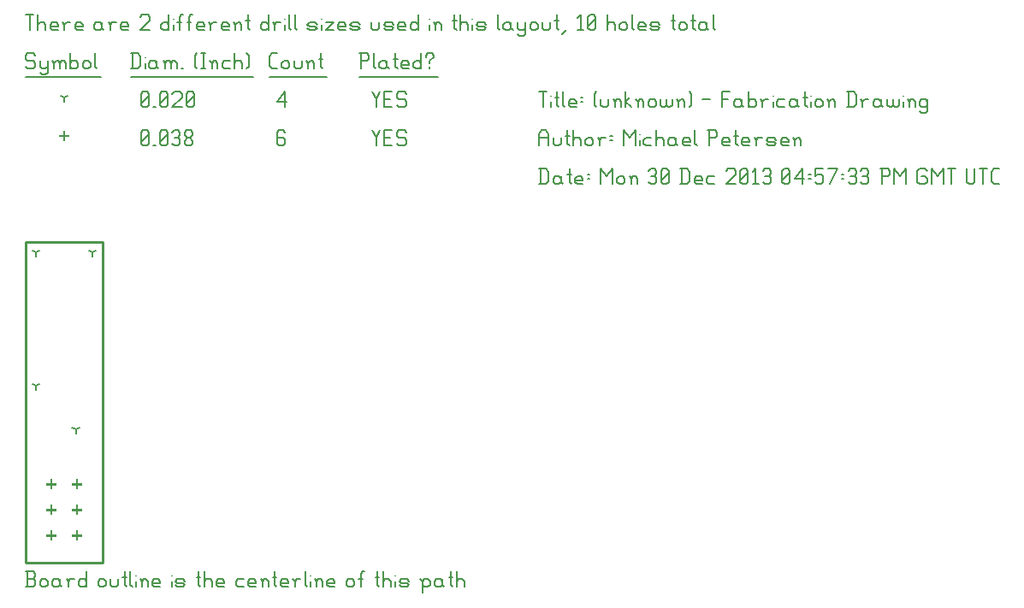
<source format=gbr>
G04 start of page 12 for group -3984 idx -3984 *
G04 Title: (unknown), fab *
G04 Creator: pcb 20110918 *
G04 CreationDate: Mon 30 Dec 2013 04:57:33 PM GMT UTC *
G04 For: railfan *
G04 Format: Gerber/RS-274X *
G04 PCB-Dimensions: 30000 125000 *
G04 PCB-Coordinate-Origin: lower left *
%MOIN*%
%FSLAX25Y25*%
%LNFAB*%
%ADD43C,0.0100*%
%ADD42C,0.0075*%
%ADD41C,0.0060*%
%ADD40R,0.0080X0.0080*%
G54D40*X10000Y32100D02*Y28900D01*
X8400Y30500D02*X11600D01*
X10000Y22100D02*Y18900D01*
X8400Y20500D02*X11600D01*
X10000Y12100D02*Y8900D01*
X8400Y10500D02*X11600D01*
X20000Y32100D02*Y28900D01*
X18400Y30500D02*X21600D01*
X20000Y22100D02*Y18900D01*
X18400Y20500D02*X21600D01*
X20000Y12100D02*Y8900D01*
X18400Y10500D02*X21600D01*
X15000Y167850D02*Y164650D01*
X13400Y166250D02*X16600D01*
G54D41*X135000Y168500D02*X136500Y165500D01*
X138000Y168500D01*
X136500Y165500D02*Y162500D01*
X139800Y165800D02*X142050D01*
X139800Y162500D02*X142800D01*
X139800Y168500D02*Y162500D01*
Y168500D02*X142800D01*
X147600D02*X148350Y167750D01*
X145350Y168500D02*X147600D01*
X144600Y167750D02*X145350Y168500D01*
X144600Y167750D02*Y166250D01*
X145350Y165500D01*
X147600D01*
X148350Y164750D01*
Y163250D01*
X147600Y162500D02*X148350Y163250D01*
X145350Y162500D02*X147600D01*
X144600Y163250D02*X145350Y162500D01*
X100250Y168500D02*X101000Y167750D01*
X98750Y168500D02*X100250D01*
X98000Y167750D02*X98750Y168500D01*
X98000Y167750D02*Y163250D01*
X98750Y162500D01*
X100250Y165800D02*X101000Y165050D01*
X98000Y165800D02*X100250D01*
X98750Y162500D02*X100250D01*
X101000Y163250D01*
Y165050D02*Y163250D01*
X45000D02*X45750Y162500D01*
X45000Y167750D02*Y163250D01*
Y167750D02*X45750Y168500D01*
X47250D01*
X48000Y167750D01*
Y163250D01*
X47250Y162500D02*X48000Y163250D01*
X45750Y162500D02*X47250D01*
X45000Y164000D02*X48000Y167000D01*
X49800Y162500D02*X50550D01*
X52350Y163250D02*X53100Y162500D01*
X52350Y167750D02*Y163250D01*
Y167750D02*X53100Y168500D01*
X54600D01*
X55350Y167750D01*
Y163250D01*
X54600Y162500D02*X55350Y163250D01*
X53100Y162500D02*X54600D01*
X52350Y164000D02*X55350Y167000D01*
X57150Y167750D02*X57900Y168500D01*
X59400D01*
X60150Y167750D01*
X59400Y162500D02*X60150Y163250D01*
X57900Y162500D02*X59400D01*
X57150Y163250D02*X57900Y162500D01*
Y165800D02*X59400D01*
X60150Y167750D02*Y166550D01*
Y165050D02*Y163250D01*
Y165050D02*X59400Y165800D01*
X60150Y166550D02*X59400Y165800D01*
X61950Y163250D02*X62700Y162500D01*
X61950Y164450D02*Y163250D01*
Y164450D02*X63000Y165500D01*
X63900D01*
X64950Y164450D01*
Y163250D01*
X64200Y162500D02*X64950Y163250D01*
X62700Y162500D02*X64200D01*
X61950Y166550D02*X63000Y165500D01*
X61950Y167750D02*Y166550D01*
Y167750D02*X62700Y168500D01*
X64200D01*
X64950Y167750D01*
Y166550D01*
X63900Y165500D02*X64950Y166550D01*
X19500Y52000D02*Y50400D01*
Y52000D02*X20887Y52800D01*
X19500Y52000D02*X18113Y52800D01*
X26000Y121000D02*Y119400D01*
Y121000D02*X27387Y121800D01*
X26000Y121000D02*X24613Y121800D01*
X4000Y121000D02*Y119400D01*
Y121000D02*X5387Y121800D01*
X4000Y121000D02*X2613Y121800D01*
X4000Y69000D02*Y67400D01*
Y69000D02*X5387Y69800D01*
X4000Y69000D02*X2613Y69800D01*
X15000Y181250D02*Y179650D01*
Y181250D02*X16387Y182050D01*
X15000Y181250D02*X13613Y182050D01*
X135000Y183500D02*X136500Y180500D01*
X138000Y183500D01*
X136500Y180500D02*Y177500D01*
X139800Y180800D02*X142050D01*
X139800Y177500D02*X142800D01*
X139800Y183500D02*Y177500D01*
Y183500D02*X142800D01*
X147600D02*X148350Y182750D01*
X145350Y183500D02*X147600D01*
X144600Y182750D02*X145350Y183500D01*
X144600Y182750D02*Y181250D01*
X145350Y180500D01*
X147600D01*
X148350Y179750D01*
Y178250D01*
X147600Y177500D02*X148350Y178250D01*
X145350Y177500D02*X147600D01*
X144600Y178250D02*X145350Y177500D01*
X98000Y179750D02*X101000Y183500D01*
X98000Y179750D02*X101750D01*
X101000Y183500D02*Y177500D01*
X45000Y178250D02*X45750Y177500D01*
X45000Y182750D02*Y178250D01*
Y182750D02*X45750Y183500D01*
X47250D01*
X48000Y182750D01*
Y178250D01*
X47250Y177500D02*X48000Y178250D01*
X45750Y177500D02*X47250D01*
X45000Y179000D02*X48000Y182000D01*
X49800Y177500D02*X50550D01*
X52350Y178250D02*X53100Y177500D01*
X52350Y182750D02*Y178250D01*
Y182750D02*X53100Y183500D01*
X54600D01*
X55350Y182750D01*
Y178250D01*
X54600Y177500D02*X55350Y178250D01*
X53100Y177500D02*X54600D01*
X52350Y179000D02*X55350Y182000D01*
X57150Y182750D02*X57900Y183500D01*
X60150D01*
X60900Y182750D01*
Y181250D01*
X57150Y177500D02*X60900Y181250D01*
X57150Y177500D02*X60900D01*
X62700Y178250D02*X63450Y177500D01*
X62700Y182750D02*Y178250D01*
Y182750D02*X63450Y183500D01*
X64950D01*
X65700Y182750D01*
Y178250D01*
X64950Y177500D02*X65700Y178250D01*
X63450Y177500D02*X64950D01*
X62700Y179000D02*X65700Y182000D01*
X3000Y198500D02*X3750Y197750D01*
X750Y198500D02*X3000D01*
X0Y197750D02*X750Y198500D01*
X0Y197750D02*Y196250D01*
X750Y195500D01*
X3000D01*
X3750Y194750D01*
Y193250D01*
X3000Y192500D02*X3750Y193250D01*
X750Y192500D02*X3000D01*
X0Y193250D02*X750Y192500D01*
X5550Y195500D02*Y193250D01*
X6300Y192500D01*
X8550Y195500D02*Y191000D01*
X7800Y190250D02*X8550Y191000D01*
X6300Y190250D02*X7800D01*
X5550Y191000D02*X6300Y190250D01*
Y192500D02*X7800D01*
X8550Y193250D01*
X11100Y194750D02*Y192500D01*
Y194750D02*X11850Y195500D01*
X12600D01*
X13350Y194750D01*
Y192500D01*
Y194750D02*X14100Y195500D01*
X14850D01*
X15600Y194750D01*
Y192500D01*
X10350Y195500D02*X11100Y194750D01*
X17400Y198500D02*Y192500D01*
Y193250D02*X18150Y192500D01*
X19650D01*
X20400Y193250D01*
Y194750D02*Y193250D01*
X19650Y195500D02*X20400Y194750D01*
X18150Y195500D02*X19650D01*
X17400Y194750D02*X18150Y195500D01*
X22200Y194750D02*Y193250D01*
Y194750D02*X22950Y195500D01*
X24450D01*
X25200Y194750D01*
Y193250D01*
X24450Y192500D02*X25200Y193250D01*
X22950Y192500D02*X24450D01*
X22200Y193250D02*X22950Y192500D01*
X27000Y198500D02*Y193250D01*
X27750Y192500D01*
X0Y189250D02*X29250D01*
X41750Y198500D02*Y192500D01*
X43700Y198500D02*X44750Y197450D01*
Y193550D01*
X43700Y192500D02*X44750Y193550D01*
X41000Y192500D02*X43700D01*
X41000Y198500D02*X43700D01*
G54D42*X46550Y197000D02*Y196850D01*
G54D41*Y194750D02*Y192500D01*
X50300Y195500D02*X51050Y194750D01*
X48800Y195500D02*X50300D01*
X48050Y194750D02*X48800Y195500D01*
X48050Y194750D02*Y193250D01*
X48800Y192500D01*
X51050Y195500D02*Y193250D01*
X51800Y192500D01*
X48800D02*X50300D01*
X51050Y193250D01*
X54350Y194750D02*Y192500D01*
Y194750D02*X55100Y195500D01*
X55850D01*
X56600Y194750D01*
Y192500D01*
Y194750D02*X57350Y195500D01*
X58100D01*
X58850Y194750D01*
Y192500D01*
X53600Y195500D02*X54350Y194750D01*
X60650Y192500D02*X61400D01*
X65900Y193250D02*X66650Y192500D01*
X65900Y197750D02*X66650Y198500D01*
X65900Y197750D02*Y193250D01*
X68450Y198500D02*X69950D01*
X69200D02*Y192500D01*
X68450D02*X69950D01*
X72500Y194750D02*Y192500D01*
Y194750D02*X73250Y195500D01*
X74000D01*
X74750Y194750D01*
Y192500D01*
X71750Y195500D02*X72500Y194750D01*
X77300Y195500D02*X79550D01*
X76550Y194750D02*X77300Y195500D01*
X76550Y194750D02*Y193250D01*
X77300Y192500D01*
X79550D01*
X81350Y198500D02*Y192500D01*
Y194750D02*X82100Y195500D01*
X83600D01*
X84350Y194750D01*
Y192500D01*
X86150Y198500D02*X86900Y197750D01*
Y193250D01*
X86150Y192500D02*X86900Y193250D01*
X41000Y189250D02*X88700D01*
X96050Y192500D02*X98000D01*
X95000Y193550D02*X96050Y192500D01*
X95000Y197450D02*Y193550D01*
Y197450D02*X96050Y198500D01*
X98000D01*
X99800Y194750D02*Y193250D01*
Y194750D02*X100550Y195500D01*
X102050D01*
X102800Y194750D01*
Y193250D01*
X102050Y192500D02*X102800Y193250D01*
X100550Y192500D02*X102050D01*
X99800Y193250D02*X100550Y192500D01*
X104600Y195500D02*Y193250D01*
X105350Y192500D01*
X106850D01*
X107600Y193250D01*
Y195500D02*Y193250D01*
X110150Y194750D02*Y192500D01*
Y194750D02*X110900Y195500D01*
X111650D01*
X112400Y194750D01*
Y192500D01*
X109400Y195500D02*X110150Y194750D01*
X114950Y198500D02*Y193250D01*
X115700Y192500D01*
X114200Y196250D02*X115700D01*
X95000Y189250D02*X117200D01*
X130750Y198500D02*Y192500D01*
X130000Y198500D02*X133000D01*
X133750Y197750D01*
Y196250D01*
X133000Y195500D02*X133750Y196250D01*
X130750Y195500D02*X133000D01*
X135550Y198500D02*Y193250D01*
X136300Y192500D01*
X140050Y195500D02*X140800Y194750D01*
X138550Y195500D02*X140050D01*
X137800Y194750D02*X138550Y195500D01*
X137800Y194750D02*Y193250D01*
X138550Y192500D01*
X140800Y195500D02*Y193250D01*
X141550Y192500D01*
X138550D02*X140050D01*
X140800Y193250D01*
X144100Y198500D02*Y193250D01*
X144850Y192500D01*
X143350Y196250D02*X144850D01*
X147100Y192500D02*X149350D01*
X146350Y193250D02*X147100Y192500D01*
X146350Y194750D02*Y193250D01*
Y194750D02*X147100Y195500D01*
X148600D01*
X149350Y194750D01*
X146350Y194000D02*X149350D01*
Y194750D02*Y194000D01*
X154150Y198500D02*Y192500D01*
X153400D02*X154150Y193250D01*
X151900Y192500D02*X153400D01*
X151150Y193250D02*X151900Y192500D01*
X151150Y194750D02*Y193250D01*
Y194750D02*X151900Y195500D01*
X153400D01*
X154150Y194750D01*
X157450Y195500D02*Y194750D01*
Y193250D02*Y192500D01*
X155950Y197750D02*Y197000D01*
Y197750D02*X156700Y198500D01*
X158200D01*
X158950Y197750D01*
Y197000D01*
X157450Y195500D02*X158950Y197000D01*
X130000Y189250D02*X160750D01*
X0Y213500D02*X3000D01*
X1500D02*Y207500D01*
X4800Y213500D02*Y207500D01*
Y209750D02*X5550Y210500D01*
X7050D01*
X7800Y209750D01*
Y207500D01*
X10350D02*X12600D01*
X9600Y208250D02*X10350Y207500D01*
X9600Y209750D02*Y208250D01*
Y209750D02*X10350Y210500D01*
X11850D01*
X12600Y209750D01*
X9600Y209000D02*X12600D01*
Y209750D02*Y209000D01*
X15150Y209750D02*Y207500D01*
Y209750D02*X15900Y210500D01*
X17400D01*
X14400D02*X15150Y209750D01*
X19950Y207500D02*X22200D01*
X19200Y208250D02*X19950Y207500D01*
X19200Y209750D02*Y208250D01*
Y209750D02*X19950Y210500D01*
X21450D01*
X22200Y209750D01*
X19200Y209000D02*X22200D01*
Y209750D02*Y209000D01*
X28950Y210500D02*X29700Y209750D01*
X27450Y210500D02*X28950D01*
X26700Y209750D02*X27450Y210500D01*
X26700Y209750D02*Y208250D01*
X27450Y207500D01*
X29700Y210500D02*Y208250D01*
X30450Y207500D01*
X27450D02*X28950D01*
X29700Y208250D01*
X33000Y209750D02*Y207500D01*
Y209750D02*X33750Y210500D01*
X35250D01*
X32250D02*X33000Y209750D01*
X37800Y207500D02*X40050D01*
X37050Y208250D02*X37800Y207500D01*
X37050Y209750D02*Y208250D01*
Y209750D02*X37800Y210500D01*
X39300D01*
X40050Y209750D01*
X37050Y209000D02*X40050D01*
Y209750D02*Y209000D01*
X44550Y212750D02*X45300Y213500D01*
X47550D01*
X48300Y212750D01*
Y211250D01*
X44550Y207500D02*X48300Y211250D01*
X44550Y207500D02*X48300D01*
X55800Y213500D02*Y207500D01*
X55050D02*X55800Y208250D01*
X53550Y207500D02*X55050D01*
X52800Y208250D02*X53550Y207500D01*
X52800Y209750D02*Y208250D01*
Y209750D02*X53550Y210500D01*
X55050D01*
X55800Y209750D01*
G54D42*X57600Y212000D02*Y211850D01*
G54D41*Y209750D02*Y207500D01*
X59850Y212750D02*Y207500D01*
Y212750D02*X60600Y213500D01*
X61350D01*
X59100Y210500D02*X60600D01*
X63600Y212750D02*Y207500D01*
Y212750D02*X64350Y213500D01*
X65100D01*
X62850Y210500D02*X64350D01*
X67350Y207500D02*X69600D01*
X66600Y208250D02*X67350Y207500D01*
X66600Y209750D02*Y208250D01*
Y209750D02*X67350Y210500D01*
X68850D01*
X69600Y209750D01*
X66600Y209000D02*X69600D01*
Y209750D02*Y209000D01*
X72150Y209750D02*Y207500D01*
Y209750D02*X72900Y210500D01*
X74400D01*
X71400D02*X72150Y209750D01*
X76950Y207500D02*X79200D01*
X76200Y208250D02*X76950Y207500D01*
X76200Y209750D02*Y208250D01*
Y209750D02*X76950Y210500D01*
X78450D01*
X79200Y209750D01*
X76200Y209000D02*X79200D01*
Y209750D02*Y209000D01*
X81750Y209750D02*Y207500D01*
Y209750D02*X82500Y210500D01*
X83250D01*
X84000Y209750D01*
Y207500D01*
X81000Y210500D02*X81750Y209750D01*
X86550Y213500D02*Y208250D01*
X87300Y207500D01*
X85800Y211250D02*X87300D01*
X94500Y213500D02*Y207500D01*
X93750D02*X94500Y208250D01*
X92250Y207500D02*X93750D01*
X91500Y208250D02*X92250Y207500D01*
X91500Y209750D02*Y208250D01*
Y209750D02*X92250Y210500D01*
X93750D01*
X94500Y209750D01*
X97050D02*Y207500D01*
Y209750D02*X97800Y210500D01*
X99300D01*
X96300D02*X97050Y209750D01*
G54D42*X101100Y212000D02*Y211850D01*
G54D41*Y209750D02*Y207500D01*
X102600Y213500D02*Y208250D01*
X103350Y207500D01*
X104850Y213500D02*Y208250D01*
X105600Y207500D01*
X110550D02*X112800D01*
X113550Y208250D01*
X112800Y209000D02*X113550Y208250D01*
X110550Y209000D02*X112800D01*
X109800Y209750D02*X110550Y209000D01*
X109800Y209750D02*X110550Y210500D01*
X112800D01*
X113550Y209750D01*
X109800Y208250D02*X110550Y207500D01*
G54D42*X115350Y212000D02*Y211850D01*
G54D41*Y209750D02*Y207500D01*
X116850Y210500D02*X119850D01*
X116850Y207500D02*X119850Y210500D01*
X116850Y207500D02*X119850D01*
X122400D02*X124650D01*
X121650Y208250D02*X122400Y207500D01*
X121650Y209750D02*Y208250D01*
Y209750D02*X122400Y210500D01*
X123900D01*
X124650Y209750D01*
X121650Y209000D02*X124650D01*
Y209750D02*Y209000D01*
X127200Y207500D02*X129450D01*
X130200Y208250D01*
X129450Y209000D02*X130200Y208250D01*
X127200Y209000D02*X129450D01*
X126450Y209750D02*X127200Y209000D01*
X126450Y209750D02*X127200Y210500D01*
X129450D01*
X130200Y209750D01*
X126450Y208250D02*X127200Y207500D01*
X134700Y210500D02*Y208250D01*
X135450Y207500D01*
X136950D01*
X137700Y208250D01*
Y210500D02*Y208250D01*
X140250Y207500D02*X142500D01*
X143250Y208250D01*
X142500Y209000D02*X143250Y208250D01*
X140250Y209000D02*X142500D01*
X139500Y209750D02*X140250Y209000D01*
X139500Y209750D02*X140250Y210500D01*
X142500D01*
X143250Y209750D01*
X139500Y208250D02*X140250Y207500D01*
X145800D02*X148050D01*
X145050Y208250D02*X145800Y207500D01*
X145050Y209750D02*Y208250D01*
Y209750D02*X145800Y210500D01*
X147300D01*
X148050Y209750D01*
X145050Y209000D02*X148050D01*
Y209750D02*Y209000D01*
X152850Y213500D02*Y207500D01*
X152100D02*X152850Y208250D01*
X150600Y207500D02*X152100D01*
X149850Y208250D02*X150600Y207500D01*
X149850Y209750D02*Y208250D01*
Y209750D02*X150600Y210500D01*
X152100D01*
X152850Y209750D01*
G54D42*X157350Y212000D02*Y211850D01*
G54D41*Y209750D02*Y207500D01*
X159600Y209750D02*Y207500D01*
Y209750D02*X160350Y210500D01*
X161100D01*
X161850Y209750D01*
Y207500D01*
X158850Y210500D02*X159600Y209750D01*
X167100Y213500D02*Y208250D01*
X167850Y207500D01*
X166350Y211250D02*X167850D01*
X169350Y213500D02*Y207500D01*
Y209750D02*X170100Y210500D01*
X171600D01*
X172350Y209750D01*
Y207500D01*
G54D42*X174150Y212000D02*Y211850D01*
G54D41*Y209750D02*Y207500D01*
X176400D02*X178650D01*
X179400Y208250D01*
X178650Y209000D02*X179400Y208250D01*
X176400Y209000D02*X178650D01*
X175650Y209750D02*X176400Y209000D01*
X175650Y209750D02*X176400Y210500D01*
X178650D01*
X179400Y209750D01*
X175650Y208250D02*X176400Y207500D01*
X183900Y213500D02*Y208250D01*
X184650Y207500D01*
X188400Y210500D02*X189150Y209750D01*
X186900Y210500D02*X188400D01*
X186150Y209750D02*X186900Y210500D01*
X186150Y209750D02*Y208250D01*
X186900Y207500D01*
X189150Y210500D02*Y208250D01*
X189900Y207500D01*
X186900D02*X188400D01*
X189150Y208250D01*
X191700Y210500D02*Y208250D01*
X192450Y207500D01*
X194700Y210500D02*Y206000D01*
X193950Y205250D02*X194700Y206000D01*
X192450Y205250D02*X193950D01*
X191700Y206000D02*X192450Y205250D01*
Y207500D02*X193950D01*
X194700Y208250D01*
X196500Y209750D02*Y208250D01*
Y209750D02*X197250Y210500D01*
X198750D01*
X199500Y209750D01*
Y208250D01*
X198750Y207500D02*X199500Y208250D01*
X197250Y207500D02*X198750D01*
X196500Y208250D02*X197250Y207500D01*
X201300Y210500D02*Y208250D01*
X202050Y207500D01*
X203550D01*
X204300Y208250D01*
Y210500D02*Y208250D01*
X206850Y213500D02*Y208250D01*
X207600Y207500D01*
X206100Y211250D02*X207600D01*
X209100Y206000D02*X210600Y207500D01*
X215100Y212300D02*X216300Y213500D01*
Y207500D01*
X215100D02*X217350D01*
X219150Y208250D02*X219900Y207500D01*
X219150Y212750D02*Y208250D01*
Y212750D02*X219900Y213500D01*
X221400D01*
X222150Y212750D01*
Y208250D01*
X221400Y207500D02*X222150Y208250D01*
X219900Y207500D02*X221400D01*
X219150Y209000D02*X222150Y212000D01*
X226650Y213500D02*Y207500D01*
Y209750D02*X227400Y210500D01*
X228900D01*
X229650Y209750D01*
Y207500D01*
X231450Y209750D02*Y208250D01*
Y209750D02*X232200Y210500D01*
X233700D01*
X234450Y209750D01*
Y208250D01*
X233700Y207500D02*X234450Y208250D01*
X232200Y207500D02*X233700D01*
X231450Y208250D02*X232200Y207500D01*
X236250Y213500D02*Y208250D01*
X237000Y207500D01*
X239250D02*X241500D01*
X238500Y208250D02*X239250Y207500D01*
X238500Y209750D02*Y208250D01*
Y209750D02*X239250Y210500D01*
X240750D01*
X241500Y209750D01*
X238500Y209000D02*X241500D01*
Y209750D02*Y209000D01*
X244050Y207500D02*X246300D01*
X247050Y208250D01*
X246300Y209000D02*X247050Y208250D01*
X244050Y209000D02*X246300D01*
X243300Y209750D02*X244050Y209000D01*
X243300Y209750D02*X244050Y210500D01*
X246300D01*
X247050Y209750D01*
X243300Y208250D02*X244050Y207500D01*
X252300Y213500D02*Y208250D01*
X253050Y207500D01*
X251550Y211250D02*X253050D01*
X254550Y209750D02*Y208250D01*
Y209750D02*X255300Y210500D01*
X256800D01*
X257550Y209750D01*
Y208250D01*
X256800Y207500D02*X257550Y208250D01*
X255300Y207500D02*X256800D01*
X254550Y208250D02*X255300Y207500D01*
X260100Y213500D02*Y208250D01*
X260850Y207500D01*
X259350Y211250D02*X260850D01*
X264600Y210500D02*X265350Y209750D01*
X263100Y210500D02*X264600D01*
X262350Y209750D02*X263100Y210500D01*
X262350Y209750D02*Y208250D01*
X263100Y207500D01*
X265350Y210500D02*Y208250D01*
X266100Y207500D01*
X263100D02*X264600D01*
X265350Y208250D01*
X267900Y213500D02*Y208250D01*
X268650Y207500D01*
G54D43*X0Y125000D02*X30000D01*
Y0D01*
X0D01*
Y125000D01*
G54D41*Y-9500D02*X3000D01*
X3750Y-8750D01*
Y-6950D02*Y-8750D01*
X3000Y-6200D02*X3750Y-6950D01*
X750Y-6200D02*X3000D01*
X750Y-3500D02*Y-9500D01*
X0Y-3500D02*X3000D01*
X3750Y-4250D01*
Y-5450D01*
X3000Y-6200D02*X3750Y-5450D01*
X5550Y-7250D02*Y-8750D01*
Y-7250D02*X6300Y-6500D01*
X7800D01*
X8550Y-7250D01*
Y-8750D01*
X7800Y-9500D02*X8550Y-8750D01*
X6300Y-9500D02*X7800D01*
X5550Y-8750D02*X6300Y-9500D01*
X12600Y-6500D02*X13350Y-7250D01*
X11100Y-6500D02*X12600D01*
X10350Y-7250D02*X11100Y-6500D01*
X10350Y-7250D02*Y-8750D01*
X11100Y-9500D01*
X13350Y-6500D02*Y-8750D01*
X14100Y-9500D01*
X11100D02*X12600D01*
X13350Y-8750D01*
X16650Y-7250D02*Y-9500D01*
Y-7250D02*X17400Y-6500D01*
X18900D01*
X15900D02*X16650Y-7250D01*
X23700Y-3500D02*Y-9500D01*
X22950D02*X23700Y-8750D01*
X21450Y-9500D02*X22950D01*
X20700Y-8750D02*X21450Y-9500D01*
X20700Y-7250D02*Y-8750D01*
Y-7250D02*X21450Y-6500D01*
X22950D01*
X23700Y-7250D01*
X28200D02*Y-8750D01*
Y-7250D02*X28950Y-6500D01*
X30450D01*
X31200Y-7250D01*
Y-8750D01*
X30450Y-9500D02*X31200Y-8750D01*
X28950Y-9500D02*X30450D01*
X28200Y-8750D02*X28950Y-9500D01*
X33000Y-6500D02*Y-8750D01*
X33750Y-9500D01*
X35250D01*
X36000Y-8750D01*
Y-6500D02*Y-8750D01*
X38550Y-3500D02*Y-8750D01*
X39300Y-9500D01*
X37800Y-5750D02*X39300D01*
X40800Y-3500D02*Y-8750D01*
X41550Y-9500D01*
G54D42*X43050Y-5000D02*Y-5150D01*
G54D41*Y-7250D02*Y-9500D01*
X45300Y-7250D02*Y-9500D01*
Y-7250D02*X46050Y-6500D01*
X46800D01*
X47550Y-7250D01*
Y-9500D01*
X44550Y-6500D02*X45300Y-7250D01*
X50100Y-9500D02*X52350D01*
X49350Y-8750D02*X50100Y-9500D01*
X49350Y-7250D02*Y-8750D01*
Y-7250D02*X50100Y-6500D01*
X51600D01*
X52350Y-7250D01*
X49350Y-8000D02*X52350D01*
Y-7250D02*Y-8000D01*
G54D42*X56850Y-5000D02*Y-5150D01*
G54D41*Y-7250D02*Y-9500D01*
X59100D02*X61350D01*
X62100Y-8750D01*
X61350Y-8000D02*X62100Y-8750D01*
X59100Y-8000D02*X61350D01*
X58350Y-7250D02*X59100Y-8000D01*
X58350Y-7250D02*X59100Y-6500D01*
X61350D01*
X62100Y-7250D01*
X58350Y-8750D02*X59100Y-9500D01*
X67350Y-3500D02*Y-8750D01*
X68100Y-9500D01*
X66600Y-5750D02*X68100D01*
X69600Y-3500D02*Y-9500D01*
Y-7250D02*X70350Y-6500D01*
X71850D01*
X72600Y-7250D01*
Y-9500D01*
X75150D02*X77400D01*
X74400Y-8750D02*X75150Y-9500D01*
X74400Y-7250D02*Y-8750D01*
Y-7250D02*X75150Y-6500D01*
X76650D01*
X77400Y-7250D01*
X74400Y-8000D02*X77400D01*
Y-7250D02*Y-8000D01*
X82650Y-6500D02*X84900D01*
X81900Y-7250D02*X82650Y-6500D01*
X81900Y-7250D02*Y-8750D01*
X82650Y-9500D01*
X84900D01*
X87450D02*X89700D01*
X86700Y-8750D02*X87450Y-9500D01*
X86700Y-7250D02*Y-8750D01*
Y-7250D02*X87450Y-6500D01*
X88950D01*
X89700Y-7250D01*
X86700Y-8000D02*X89700D01*
Y-7250D02*Y-8000D01*
X92250Y-7250D02*Y-9500D01*
Y-7250D02*X93000Y-6500D01*
X93750D01*
X94500Y-7250D01*
Y-9500D01*
X91500Y-6500D02*X92250Y-7250D01*
X97050Y-3500D02*Y-8750D01*
X97800Y-9500D01*
X96300Y-5750D02*X97800D01*
X100050Y-9500D02*X102300D01*
X99300Y-8750D02*X100050Y-9500D01*
X99300Y-7250D02*Y-8750D01*
Y-7250D02*X100050Y-6500D01*
X101550D01*
X102300Y-7250D01*
X99300Y-8000D02*X102300D01*
Y-7250D02*Y-8000D01*
X104850Y-7250D02*Y-9500D01*
Y-7250D02*X105600Y-6500D01*
X107100D01*
X104100D02*X104850Y-7250D01*
X108900Y-3500D02*Y-8750D01*
X109650Y-9500D01*
G54D42*X111150Y-5000D02*Y-5150D01*
G54D41*Y-7250D02*Y-9500D01*
X113400Y-7250D02*Y-9500D01*
Y-7250D02*X114150Y-6500D01*
X114900D01*
X115650Y-7250D01*
Y-9500D01*
X112650Y-6500D02*X113400Y-7250D01*
X118200Y-9500D02*X120450D01*
X117450Y-8750D02*X118200Y-9500D01*
X117450Y-7250D02*Y-8750D01*
Y-7250D02*X118200Y-6500D01*
X119700D01*
X120450Y-7250D01*
X117450Y-8000D02*X120450D01*
Y-7250D02*Y-8000D01*
X124950Y-7250D02*Y-8750D01*
Y-7250D02*X125700Y-6500D01*
X127200D01*
X127950Y-7250D01*
Y-8750D01*
X127200Y-9500D02*X127950Y-8750D01*
X125700Y-9500D02*X127200D01*
X124950Y-8750D02*X125700Y-9500D01*
X130500Y-4250D02*Y-9500D01*
Y-4250D02*X131250Y-3500D01*
X132000D01*
X129750Y-6500D02*X131250D01*
X136950Y-3500D02*Y-8750D01*
X137700Y-9500D01*
X136200Y-5750D02*X137700D01*
X139200Y-3500D02*Y-9500D01*
Y-7250D02*X139950Y-6500D01*
X141450D01*
X142200Y-7250D01*
Y-9500D01*
G54D42*X144000Y-5000D02*Y-5150D01*
G54D41*Y-7250D02*Y-9500D01*
X146250D02*X148500D01*
X149250Y-8750D01*
X148500Y-8000D02*X149250Y-8750D01*
X146250Y-8000D02*X148500D01*
X145500Y-7250D02*X146250Y-8000D01*
X145500Y-7250D02*X146250Y-6500D01*
X148500D01*
X149250Y-7250D01*
X145500Y-8750D02*X146250Y-9500D01*
X154500Y-7250D02*Y-11750D01*
X153750Y-6500D02*X154500Y-7250D01*
X155250Y-6500D01*
X156750D01*
X157500Y-7250D01*
Y-8750D01*
X156750Y-9500D02*X157500Y-8750D01*
X155250Y-9500D02*X156750D01*
X154500Y-8750D02*X155250Y-9500D01*
X161550Y-6500D02*X162300Y-7250D01*
X160050Y-6500D02*X161550D01*
X159300Y-7250D02*X160050Y-6500D01*
X159300Y-7250D02*Y-8750D01*
X160050Y-9500D01*
X162300Y-6500D02*Y-8750D01*
X163050Y-9500D01*
X160050D02*X161550D01*
X162300Y-8750D01*
X165600Y-3500D02*Y-8750D01*
X166350Y-9500D01*
X164850Y-5750D02*X166350D01*
X167850Y-3500D02*Y-9500D01*
Y-7250D02*X168600Y-6500D01*
X170100D01*
X170850Y-7250D01*
Y-9500D01*
X200750Y153500D02*Y147500D01*
X202700Y153500D02*X203750Y152450D01*
Y148550D01*
X202700Y147500D02*X203750Y148550D01*
X200000Y147500D02*X202700D01*
X200000Y153500D02*X202700D01*
X207800Y150500D02*X208550Y149750D01*
X206300Y150500D02*X207800D01*
X205550Y149750D02*X206300Y150500D01*
X205550Y149750D02*Y148250D01*
X206300Y147500D01*
X208550Y150500D02*Y148250D01*
X209300Y147500D01*
X206300D02*X207800D01*
X208550Y148250D01*
X211850Y153500D02*Y148250D01*
X212600Y147500D01*
X211100Y151250D02*X212600D01*
X214850Y147500D02*X217100D01*
X214100Y148250D02*X214850Y147500D01*
X214100Y149750D02*Y148250D01*
Y149750D02*X214850Y150500D01*
X216350D01*
X217100Y149750D01*
X214100Y149000D02*X217100D01*
Y149750D02*Y149000D01*
X218900Y151250D02*X219650D01*
X218900Y149750D02*X219650D01*
X224150Y153500D02*Y147500D01*
Y153500D02*X226400Y150500D01*
X228650Y153500D01*
Y147500D01*
X230450Y149750D02*Y148250D01*
Y149750D02*X231200Y150500D01*
X232700D01*
X233450Y149750D01*
Y148250D01*
X232700Y147500D02*X233450Y148250D01*
X231200Y147500D02*X232700D01*
X230450Y148250D02*X231200Y147500D01*
X236000Y149750D02*Y147500D01*
Y149750D02*X236750Y150500D01*
X237500D01*
X238250Y149750D01*
Y147500D01*
X235250Y150500D02*X236000Y149750D01*
X242750Y152750D02*X243500Y153500D01*
X245000D01*
X245750Y152750D01*
X245000Y147500D02*X245750Y148250D01*
X243500Y147500D02*X245000D01*
X242750Y148250D02*X243500Y147500D01*
Y150800D02*X245000D01*
X245750Y152750D02*Y151550D01*
Y150050D02*Y148250D01*
Y150050D02*X245000Y150800D01*
X245750Y151550D02*X245000Y150800D01*
X247550Y148250D02*X248300Y147500D01*
X247550Y152750D02*Y148250D01*
Y152750D02*X248300Y153500D01*
X249800D01*
X250550Y152750D01*
Y148250D01*
X249800Y147500D02*X250550Y148250D01*
X248300Y147500D02*X249800D01*
X247550Y149000D02*X250550Y152000D01*
X255800Y153500D02*Y147500D01*
X257750Y153500D02*X258800Y152450D01*
Y148550D01*
X257750Y147500D02*X258800Y148550D01*
X255050Y147500D02*X257750D01*
X255050Y153500D02*X257750D01*
X261350Y147500D02*X263600D01*
X260600Y148250D02*X261350Y147500D01*
X260600Y149750D02*Y148250D01*
Y149750D02*X261350Y150500D01*
X262850D01*
X263600Y149750D01*
X260600Y149000D02*X263600D01*
Y149750D02*Y149000D01*
X266150Y150500D02*X268400D01*
X265400Y149750D02*X266150Y150500D01*
X265400Y149750D02*Y148250D01*
X266150Y147500D01*
X268400D01*
X272900Y152750D02*X273650Y153500D01*
X275900D01*
X276650Y152750D01*
Y151250D01*
X272900Y147500D02*X276650Y151250D01*
X272900Y147500D02*X276650D01*
X278450Y148250D02*X279200Y147500D01*
X278450Y152750D02*Y148250D01*
Y152750D02*X279200Y153500D01*
X280700D01*
X281450Y152750D01*
Y148250D01*
X280700Y147500D02*X281450Y148250D01*
X279200Y147500D02*X280700D01*
X278450Y149000D02*X281450Y152000D01*
X283250Y152300D02*X284450Y153500D01*
Y147500D01*
X283250D02*X285500D01*
X287300Y152750D02*X288050Y153500D01*
X289550D01*
X290300Y152750D01*
X289550Y147500D02*X290300Y148250D01*
X288050Y147500D02*X289550D01*
X287300Y148250D02*X288050Y147500D01*
Y150800D02*X289550D01*
X290300Y152750D02*Y151550D01*
Y150050D02*Y148250D01*
Y150050D02*X289550Y150800D01*
X290300Y151550D02*X289550Y150800D01*
X294800Y148250D02*X295550Y147500D01*
X294800Y152750D02*Y148250D01*
Y152750D02*X295550Y153500D01*
X297050D01*
X297800Y152750D01*
Y148250D01*
X297050Y147500D02*X297800Y148250D01*
X295550Y147500D02*X297050D01*
X294800Y149000D02*X297800Y152000D01*
X299600Y149750D02*X302600Y153500D01*
X299600Y149750D02*X303350D01*
X302600Y153500D02*Y147500D01*
X305150Y151250D02*X305900D01*
X305150Y149750D02*X305900D01*
X307700Y153500D02*X310700D01*
X307700D02*Y150500D01*
X308450Y151250D01*
X309950D01*
X310700Y150500D01*
Y148250D01*
X309950Y147500D02*X310700Y148250D01*
X308450Y147500D02*X309950D01*
X307700Y148250D02*X308450Y147500D01*
X313250D02*X316250Y153500D01*
X312500D02*X316250D01*
X318050Y151250D02*X318800D01*
X318050Y149750D02*X318800D01*
X320600Y152750D02*X321350Y153500D01*
X322850D01*
X323600Y152750D01*
X322850Y147500D02*X323600Y148250D01*
X321350Y147500D02*X322850D01*
X320600Y148250D02*X321350Y147500D01*
Y150800D02*X322850D01*
X323600Y152750D02*Y151550D01*
Y150050D02*Y148250D01*
Y150050D02*X322850Y150800D01*
X323600Y151550D02*X322850Y150800D01*
X325400Y152750D02*X326150Y153500D01*
X327650D01*
X328400Y152750D01*
X327650Y147500D02*X328400Y148250D01*
X326150Y147500D02*X327650D01*
X325400Y148250D02*X326150Y147500D01*
Y150800D02*X327650D01*
X328400Y152750D02*Y151550D01*
Y150050D02*Y148250D01*
Y150050D02*X327650Y150800D01*
X328400Y151550D02*X327650Y150800D01*
X333650Y153500D02*Y147500D01*
X332900Y153500D02*X335900D01*
X336650Y152750D01*
Y151250D01*
X335900Y150500D02*X336650Y151250D01*
X333650Y150500D02*X335900D01*
X338450Y153500D02*Y147500D01*
Y153500D02*X340700Y150500D01*
X342950Y153500D01*
Y147500D01*
X350450Y153500D02*X351200Y152750D01*
X348200Y153500D02*X350450D01*
X347450Y152750D02*X348200Y153500D01*
X347450Y152750D02*Y148250D01*
X348200Y147500D01*
X350450D01*
X351200Y148250D01*
Y149750D02*Y148250D01*
X350450Y150500D02*X351200Y149750D01*
X348950Y150500D02*X350450D01*
X353000Y153500D02*Y147500D01*
Y153500D02*X355250Y150500D01*
X357500Y153500D01*
Y147500D01*
X359300Y153500D02*X362300D01*
X360800D02*Y147500D01*
X366800Y153500D02*Y148250D01*
X367550Y147500D01*
X369050D01*
X369800Y148250D01*
Y153500D02*Y148250D01*
X371600Y153500D02*X374600D01*
X373100D02*Y147500D01*
X377450D02*X379400D01*
X376400Y148550D02*X377450Y147500D01*
X376400Y152450D02*Y148550D01*
Y152450D02*X377450Y153500D01*
X379400D01*
X200000Y167000D02*Y162500D01*
Y167000D02*X201050Y168500D01*
X202700D01*
X203750Y167000D01*
Y162500D01*
X200000Y165500D02*X203750D01*
X205550D02*Y163250D01*
X206300Y162500D01*
X207800D01*
X208550Y163250D01*
Y165500D02*Y163250D01*
X211100Y168500D02*Y163250D01*
X211850Y162500D01*
X210350Y166250D02*X211850D01*
X213350Y168500D02*Y162500D01*
Y164750D02*X214100Y165500D01*
X215600D01*
X216350Y164750D01*
Y162500D01*
X218150Y164750D02*Y163250D01*
Y164750D02*X218900Y165500D01*
X220400D01*
X221150Y164750D01*
Y163250D01*
X220400Y162500D02*X221150Y163250D01*
X218900Y162500D02*X220400D01*
X218150Y163250D02*X218900Y162500D01*
X223700Y164750D02*Y162500D01*
Y164750D02*X224450Y165500D01*
X225950D01*
X222950D02*X223700Y164750D01*
X227750Y166250D02*X228500D01*
X227750Y164750D02*X228500D01*
X233000Y168500D02*Y162500D01*
Y168500D02*X235250Y165500D01*
X237500Y168500D01*
Y162500D01*
G54D42*X239300Y167000D02*Y166850D01*
G54D41*Y164750D02*Y162500D01*
X241550Y165500D02*X243800D01*
X240800Y164750D02*X241550Y165500D01*
X240800Y164750D02*Y163250D01*
X241550Y162500D01*
X243800D01*
X245600Y168500D02*Y162500D01*
Y164750D02*X246350Y165500D01*
X247850D01*
X248600Y164750D01*
Y162500D01*
X252650Y165500D02*X253400Y164750D01*
X251150Y165500D02*X252650D01*
X250400Y164750D02*X251150Y165500D01*
X250400Y164750D02*Y163250D01*
X251150Y162500D01*
X253400Y165500D02*Y163250D01*
X254150Y162500D01*
X251150D02*X252650D01*
X253400Y163250D01*
X256700Y162500D02*X258950D01*
X255950Y163250D02*X256700Y162500D01*
X255950Y164750D02*Y163250D01*
Y164750D02*X256700Y165500D01*
X258200D01*
X258950Y164750D01*
X255950Y164000D02*X258950D01*
Y164750D02*Y164000D01*
X260750Y168500D02*Y163250D01*
X261500Y162500D01*
X266450Y168500D02*Y162500D01*
X265700Y168500D02*X268700D01*
X269450Y167750D01*
Y166250D01*
X268700Y165500D02*X269450Y166250D01*
X266450Y165500D02*X268700D01*
X272000Y162500D02*X274250D01*
X271250Y163250D02*X272000Y162500D01*
X271250Y164750D02*Y163250D01*
Y164750D02*X272000Y165500D01*
X273500D01*
X274250Y164750D01*
X271250Y164000D02*X274250D01*
Y164750D02*Y164000D01*
X276800Y168500D02*Y163250D01*
X277550Y162500D01*
X276050Y166250D02*X277550D01*
X279800Y162500D02*X282050D01*
X279050Y163250D02*X279800Y162500D01*
X279050Y164750D02*Y163250D01*
Y164750D02*X279800Y165500D01*
X281300D01*
X282050Y164750D01*
X279050Y164000D02*X282050D01*
Y164750D02*Y164000D01*
X284600Y164750D02*Y162500D01*
Y164750D02*X285350Y165500D01*
X286850D01*
X283850D02*X284600Y164750D01*
X289400Y162500D02*X291650D01*
X292400Y163250D01*
X291650Y164000D02*X292400Y163250D01*
X289400Y164000D02*X291650D01*
X288650Y164750D02*X289400Y164000D01*
X288650Y164750D02*X289400Y165500D01*
X291650D01*
X292400Y164750D01*
X288650Y163250D02*X289400Y162500D01*
X294950D02*X297200D01*
X294200Y163250D02*X294950Y162500D01*
X294200Y164750D02*Y163250D01*
Y164750D02*X294950Y165500D01*
X296450D01*
X297200Y164750D01*
X294200Y164000D02*X297200D01*
Y164750D02*Y164000D01*
X299750Y164750D02*Y162500D01*
Y164750D02*X300500Y165500D01*
X301250D01*
X302000Y164750D01*
Y162500D01*
X299000Y165500D02*X299750Y164750D01*
X200000Y183500D02*X203000D01*
X201500D02*Y177500D01*
G54D42*X204800Y182000D02*Y181850D01*
G54D41*Y179750D02*Y177500D01*
X207050Y183500D02*Y178250D01*
X207800Y177500D01*
X206300Y181250D02*X207800D01*
X209300Y183500D02*Y178250D01*
X210050Y177500D01*
X212300D02*X214550D01*
X211550Y178250D02*X212300Y177500D01*
X211550Y179750D02*Y178250D01*
Y179750D02*X212300Y180500D01*
X213800D01*
X214550Y179750D01*
X211550Y179000D02*X214550D01*
Y179750D02*Y179000D01*
X216350Y181250D02*X217100D01*
X216350Y179750D02*X217100D01*
X221600Y178250D02*X222350Y177500D01*
X221600Y182750D02*X222350Y183500D01*
X221600Y182750D02*Y178250D01*
X224150Y180500D02*Y178250D01*
X224900Y177500D01*
X226400D01*
X227150Y178250D01*
Y180500D02*Y178250D01*
X229700Y179750D02*Y177500D01*
Y179750D02*X230450Y180500D01*
X231200D01*
X231950Y179750D01*
Y177500D01*
X228950Y180500D02*X229700Y179750D01*
X233750Y183500D02*Y177500D01*
Y179750D02*X236000Y177500D01*
X233750Y179750D02*X235250Y181250D01*
X238550Y179750D02*Y177500D01*
Y179750D02*X239300Y180500D01*
X240050D01*
X240800Y179750D01*
Y177500D01*
X237800Y180500D02*X238550Y179750D01*
X242600D02*Y178250D01*
Y179750D02*X243350Y180500D01*
X244850D01*
X245600Y179750D01*
Y178250D01*
X244850Y177500D02*X245600Y178250D01*
X243350Y177500D02*X244850D01*
X242600Y178250D02*X243350Y177500D01*
X247400Y180500D02*Y178250D01*
X248150Y177500D01*
X248900D01*
X249650Y178250D01*
Y180500D02*Y178250D01*
X250400Y177500D01*
X251150D01*
X251900Y178250D01*
Y180500D02*Y178250D01*
X254450Y179750D02*Y177500D01*
Y179750D02*X255200Y180500D01*
X255950D01*
X256700Y179750D01*
Y177500D01*
X253700Y180500D02*X254450Y179750D01*
X258500Y183500D02*X259250Y182750D01*
Y178250D01*
X258500Y177500D02*X259250Y178250D01*
X263750Y180500D02*X266750D01*
X271250Y183500D02*Y177500D01*
Y183500D02*X274250D01*
X271250Y180800D02*X273500D01*
X278300Y180500D02*X279050Y179750D01*
X276800Y180500D02*X278300D01*
X276050Y179750D02*X276800Y180500D01*
X276050Y179750D02*Y178250D01*
X276800Y177500D01*
X279050Y180500D02*Y178250D01*
X279800Y177500D01*
X276800D02*X278300D01*
X279050Y178250D01*
X281600Y183500D02*Y177500D01*
Y178250D02*X282350Y177500D01*
X283850D01*
X284600Y178250D01*
Y179750D02*Y178250D01*
X283850Y180500D02*X284600Y179750D01*
X282350Y180500D02*X283850D01*
X281600Y179750D02*X282350Y180500D01*
X287150Y179750D02*Y177500D01*
Y179750D02*X287900Y180500D01*
X289400D01*
X286400D02*X287150Y179750D01*
G54D42*X291200Y182000D02*Y181850D01*
G54D41*Y179750D02*Y177500D01*
X293450Y180500D02*X295700D01*
X292700Y179750D02*X293450Y180500D01*
X292700Y179750D02*Y178250D01*
X293450Y177500D01*
X295700D01*
X299750Y180500D02*X300500Y179750D01*
X298250Y180500D02*X299750D01*
X297500Y179750D02*X298250Y180500D01*
X297500Y179750D02*Y178250D01*
X298250Y177500D01*
X300500Y180500D02*Y178250D01*
X301250Y177500D01*
X298250D02*X299750D01*
X300500Y178250D01*
X303800Y183500D02*Y178250D01*
X304550Y177500D01*
X303050Y181250D02*X304550D01*
G54D42*X306050Y182000D02*Y181850D01*
G54D41*Y179750D02*Y177500D01*
X307550Y179750D02*Y178250D01*
Y179750D02*X308300Y180500D01*
X309800D01*
X310550Y179750D01*
Y178250D01*
X309800Y177500D02*X310550Y178250D01*
X308300Y177500D02*X309800D01*
X307550Y178250D02*X308300Y177500D01*
X313100Y179750D02*Y177500D01*
Y179750D02*X313850Y180500D01*
X314600D01*
X315350Y179750D01*
Y177500D01*
X312350Y180500D02*X313100Y179750D01*
X320600Y183500D02*Y177500D01*
X322550Y183500D02*X323600Y182450D01*
Y178550D01*
X322550Y177500D02*X323600Y178550D01*
X319850Y177500D02*X322550D01*
X319850Y183500D02*X322550D01*
X326150Y179750D02*Y177500D01*
Y179750D02*X326900Y180500D01*
X328400D01*
X325400D02*X326150Y179750D01*
X332450Y180500D02*X333200Y179750D01*
X330950Y180500D02*X332450D01*
X330200Y179750D02*X330950Y180500D01*
X330200Y179750D02*Y178250D01*
X330950Y177500D01*
X333200Y180500D02*Y178250D01*
X333950Y177500D01*
X330950D02*X332450D01*
X333200Y178250D01*
X335750Y180500D02*Y178250D01*
X336500Y177500D01*
X337250D01*
X338000Y178250D01*
Y180500D02*Y178250D01*
X338750Y177500D01*
X339500D01*
X340250Y178250D01*
Y180500D02*Y178250D01*
G54D42*X342050Y182000D02*Y181850D01*
G54D41*Y179750D02*Y177500D01*
X344300Y179750D02*Y177500D01*
Y179750D02*X345050Y180500D01*
X345800D01*
X346550Y179750D01*
Y177500D01*
X343550Y180500D02*X344300Y179750D01*
X350600Y180500D02*X351350Y179750D01*
X349100Y180500D02*X350600D01*
X348350Y179750D02*X349100Y180500D01*
X348350Y179750D02*Y178250D01*
X349100Y177500D01*
X350600D01*
X351350Y178250D01*
X348350Y176000D02*X349100Y175250D01*
X350600D01*
X351350Y176000D01*
Y180500D02*Y176000D01*
M02*

</source>
